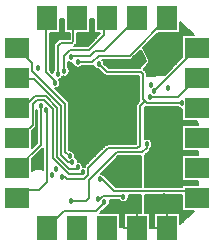
<source format=gbl>
G04 DipTrace 2.4.0.2*
%INSTM32small.gbl*%
%MOIN*%
%ADD13C,0.008*%
%ADD17C,0.006*%
%ADD18R,0.0669X0.08*%
%ADD20R,0.08X0.0669*%
%ADD33C,0.028*%
%ADD37C,0.018*%
%FSLAX44Y44*%
G04*
G70*
G90*
G75*
G01*
%LNBottom*%
%LPD*%
X8351Y8294D2*
D13*
X9299D1*
X9937Y8932D1*
X8510Y8508D2*
X8513D1*
X9937Y9932D1*
X6686Y5564D2*
X6783D1*
X7179Y5168D1*
X9700D1*
X9937Y4932D1*
X4726Y8007D2*
Y6720D1*
X3937Y5932D1*
X4909Y7863D2*
X4929D1*
Y5469D1*
X4667Y5206D1*
X4212D1*
X3937Y4932D1*
X9435Y8093D2*
X8264D1*
X8197Y8160D1*
X8133Y8225D1*
Y9072D1*
X8062Y9142D1*
X6929D1*
X6667Y9405D1*
X5442Y5643D2*
X5533D1*
X5602Y5574D1*
X6179D1*
X6316Y5710D1*
Y5948D1*
X6961Y6593D1*
X7950D1*
X8037Y6680D1*
Y8001D1*
X8197Y8160D1*
X5954Y9467D2*
X6438D1*
X6653Y9682D1*
X7688D1*
X8937Y10932D1*
X5750Y9624D2*
Y9678D1*
X6368D1*
X6531Y9841D1*
X6847D1*
X7937Y10932D1*
X5510Y9168D2*
Y9684D1*
X5692Y9866D1*
X6340D1*
X6848Y10374D1*
Y10842D1*
X6937Y10932D1*
X5296Y9081D2*
Y10010D1*
X5395Y10109D1*
X5757D1*
X5816Y10168D1*
Y10811D1*
X5937Y10932D1*
X5193Y8772D2*
Y8827D1*
X4887Y9132D1*
Y10882D1*
X4937Y10932D1*
X5959Y5955D2*
Y5916D1*
X5671D1*
X5268Y6319D1*
Y7944D1*
X4887Y8324D1*
X4534D1*
X4204Y7994D1*
X3874D1*
X3937Y7932D1*
X6134Y5789D2*
Y5732D1*
X5660D1*
X5127Y6265D1*
Y7899D1*
X4836Y8191D1*
X4588D1*
X4451Y8054D1*
Y7380D1*
X4205Y7134D1*
X3735D1*
X3937Y6932D1*
X5691Y6340D2*
X5548Y6483D1*
Y8061D1*
X4430Y9179D1*
Y9438D1*
X3937Y9932D1*
X5783Y6127D2*
X5648D1*
X5415Y6360D1*
Y7992D1*
X4494Y8912D1*
X3956D1*
X3937Y8932D1*
X5731Y4823D2*
X6218D1*
X6339Y4943D1*
Y5543D1*
X7255Y6459D1*
X8113D1*
X8255Y6601D1*
Y6719D1*
X8267Y6731D1*
X6629Y4907D2*
X6687D1*
X6789Y5008D1*
X7456D1*
X7481Y4984D1*
X6849Y4809D2*
Y4755D1*
X6583Y4489D1*
X5494D1*
X4937Y3932D1*
D37*
X6667Y9405D3*
X5954Y9467D3*
X5750Y9624D3*
X5510Y9168D3*
X5691Y6340D3*
X5783Y6127D3*
X8845Y4992D3*
X8978Y4586D3*
X9306Y4590D3*
X5959Y5955D3*
X6134Y5789D3*
X6686Y5564D3*
X6849Y4809D3*
X9435Y8093D3*
X5442Y5643D3*
X7481Y4984D3*
X6629Y4907D3*
X5731Y4823D3*
X8267Y6731D3*
X4726Y8007D3*
X5296Y9081D3*
X5193Y8772D3*
X8351Y8294D3*
X8510Y8508D3*
X4909Y7863D3*
X9442Y4410D3*
X8849Y5408D3*
X8841Y5641D3*
Y5899D3*
Y6124D3*
X8911Y6434D3*
X8410Y6482D3*
X8646Y6471D3*
X5218Y5911D3*
X7485Y4688D3*
X7492Y4469D3*
X7452Y4176D3*
X7707Y6267D3*
Y5954D3*
X7709Y5566D3*
X4568Y6078D3*
X4527Y6878D3*
X4718Y6388D3*
X5112Y5702D3*
X4647Y9266D3*
X8443Y10097D3*
X8030Y9492D3*
X8966Y8596D3*
X8956Y9879D3*
X9066Y9471D3*
X6338Y10296D3*
X5604Y10317D3*
X8388Y8711D3*
X8368Y7121D3*
X8578Y7127D3*
X8721Y6969D3*
X8914Y6649D3*
X8718Y6734D3*
X8469Y6911D3*
X8526Y6700D3*
X8251Y9232D3*
X5370Y10856D2*
D17*
X5504D1*
X6370D2*
X6504D1*
X5370Y10797D2*
X5504D1*
X6370D2*
X6504D1*
X5370Y10739D2*
X5504D1*
X6370D2*
X6504D1*
X5370Y10680D2*
X5504D1*
X6370D2*
X6504D1*
X5370Y10622D2*
X5504D1*
X6370D2*
X6504D1*
X5370Y10563D2*
X5504D1*
X6370D2*
X6504D1*
X5370Y10505D2*
X5504D1*
X6370D2*
X6504D1*
X5370Y10446D2*
X5504D1*
X6370D2*
X6504D1*
X5026Y10387D2*
X5678D1*
X5954D2*
X6668D1*
X5026Y10329D2*
X5678D1*
X5954D2*
X6610D1*
X5026Y10270D2*
X5678D1*
X5954D2*
X6551D1*
X5026Y10212D2*
X5306D1*
X5954D2*
X6493D1*
X5026Y10153D2*
X5247D1*
X5954D2*
X6434D1*
X5026Y10095D2*
X5189D1*
X5932D2*
X6376D1*
X5026Y10036D2*
X5160D1*
X5877D2*
X6317D1*
X5026Y9978D2*
X5158D1*
X5026Y9919D2*
X5158D1*
X5026Y9861D2*
X5158D1*
X5026Y9802D2*
X5158D1*
X8000D2*
X8071D1*
X5026Y9744D2*
X5158D1*
X7942D2*
X8098D1*
X5026Y9685D2*
X5158D1*
X7883D2*
X8125D1*
X5026Y9627D2*
X5158D1*
X7824D2*
X8152D1*
X5026Y9568D2*
X5158D1*
X7760D2*
X8178D1*
X5026Y9510D2*
X5158D1*
X6822D2*
X8205D1*
X5026Y9451D2*
X5158D1*
X5648D2*
X5688D1*
X6849D2*
X8177D1*
X5026Y9393D2*
X5158D1*
X5648D2*
X5782D1*
X6873D2*
X8126D1*
X5026Y9334D2*
X5158D1*
X5648D2*
X5824D1*
X6084D2*
X6493D1*
X6931D2*
X8074D1*
X5026Y9275D2*
X5158D1*
X5663D2*
X6532D1*
X6990D2*
X8036D1*
X5026Y9217D2*
X5158D1*
X5692D2*
X6662D1*
X5054Y9158D2*
X5124D1*
X5698D2*
X6720D1*
X5685Y9100D2*
X6779D1*
X5648Y9041D2*
X6838D1*
X5455Y8983D2*
X7995D1*
X5394Y8924D2*
X7995D1*
X5354Y8866D2*
X7995D1*
X5378Y8807D2*
X7995D1*
X5379Y8749D2*
X7995D1*
X5362Y8690D2*
X7995D1*
X5315Y8632D2*
X7995D1*
X5229Y8573D2*
X7995D1*
X5288Y8515D2*
X7995D1*
X5346Y8456D2*
X7995D1*
X5405Y8398D2*
X7995D1*
X5463Y8339D2*
X7995D1*
X5522Y8280D2*
X7995D1*
X5580Y8222D2*
X7995D1*
X5638Y8163D2*
X8007D1*
X5679Y8105D2*
X7948D1*
X5686Y8046D2*
X7907D1*
X5686Y7988D2*
X7899D1*
X5686Y7929D2*
X7899D1*
X5686Y7871D2*
X7899D1*
X5686Y7812D2*
X7899D1*
X5686Y7754D2*
X7899D1*
X5686Y7695D2*
X7899D1*
X5686Y7637D2*
X7899D1*
X5686Y7578D2*
X7899D1*
X5686Y7520D2*
X7899D1*
X5686Y7461D2*
X7899D1*
X5686Y7403D2*
X7899D1*
X5686Y7344D2*
X7899D1*
X4549Y7285D2*
X4587D1*
X5686D2*
X7899D1*
X4491Y7227D2*
X4588D1*
X5686D2*
X7899D1*
X4435Y7168D2*
X4588D1*
X5686D2*
X7899D1*
X4435Y7110D2*
X4588D1*
X5686D2*
X7899D1*
X4435Y7051D2*
X4588D1*
X5686D2*
X7899D1*
X4435Y6993D2*
X4588D1*
X5686D2*
X7899D1*
X4435Y6934D2*
X4588D1*
X5686D2*
X7899D1*
X4435Y6876D2*
X4588D1*
X5686D2*
X7899D1*
X4435Y6817D2*
X4588D1*
X5686D2*
X7899D1*
X4435Y6759D2*
X4571D1*
X5686D2*
X7899D1*
X4435Y6700D2*
X4513D1*
X5686D2*
X6878D1*
X5686Y6642D2*
X6817D1*
X5686Y6583D2*
X6759D1*
X4723Y6525D2*
X4791D1*
X5699D2*
X6700D1*
X4664Y6466D2*
X4791D1*
X5828D2*
X6641D1*
X4606Y6408D2*
X4791D1*
X5866D2*
X6583D1*
X4547Y6349D2*
X4791D1*
X5879D2*
X6524D1*
X4488Y6291D2*
X4791D1*
X5872D2*
X6466D1*
X7279D2*
X8062D1*
X4435Y6232D2*
X4791D1*
X5938D2*
X6407D1*
X7220D2*
X8062D1*
X4435Y6173D2*
X4791D1*
X5965D2*
X6348D1*
X7162D2*
X8062D1*
X4435Y6115D2*
X4791D1*
X6053D2*
X6290D1*
X7104D2*
X8062D1*
X4435Y6056D2*
X4791D1*
X6117D2*
X6231D1*
X7045D2*
X8062D1*
X4435Y5998D2*
X4791D1*
X6142D2*
X6187D1*
X6987D2*
X8062D1*
X4435Y5939D2*
X4791D1*
X6928D2*
X8062D1*
X4435Y5881D2*
X4490D1*
X6869D2*
X8062D1*
X6811Y5822D2*
X8062D1*
X6752Y5764D2*
X8062D1*
X6807Y5705D2*
X8062D1*
X6893Y5647D2*
X8062D1*
X6952Y5588D2*
X8062D1*
X7010Y5530D2*
X8062D1*
X7069Y5471D2*
X8062D1*
X7128Y5413D2*
X8062D1*
X7186Y5354D2*
X8062D1*
X7668Y5003D2*
X8062D1*
X7665Y4944D2*
X8062D1*
X7641Y4886D2*
X8062D1*
X7036Y4827D2*
X7381D1*
X7581D2*
X8062D1*
X7033Y4769D2*
X8062D1*
X7008Y4710D2*
X8062D1*
X6947Y4652D2*
X8062D1*
X6880Y4593D2*
X8062D1*
X6821Y4535D2*
X8062D1*
X6763Y4476D2*
X8062D1*
X7370Y4418D2*
X7504D1*
X7370Y4359D2*
X7504D1*
X7370Y4301D2*
X7504D1*
X7370Y4242D2*
X7504D1*
X7370Y4184D2*
X7504D1*
X7370Y4125D2*
X7504D1*
X7370Y4066D2*
X7504D1*
X7370Y4008D2*
X7504D1*
X6716Y10439D2*
X6510D1*
Y10893D1*
X6364Y10895D1*
Y10439D1*
X5948D1*
X5949Y10168D1*
X5945Y10139D1*
X5935Y10111D1*
X5919Y10085D1*
X5850Y10015D1*
X5837Y10004D1*
X5842Y9998D1*
X6286D1*
X6715Y10428D1*
Y10440D1*
X5684Y10439D2*
X5510D1*
Y10904D1*
X5364Y10906D1*
Y10439D1*
X5019D1*
X5020Y10344D1*
Y9187D1*
X5114Y9092D1*
X5122Y9136D1*
X5133Y9164D1*
X5149Y9189D1*
X5164Y9207D1*
X5163Y9590D1*
Y10010D1*
X5167Y10039D1*
X5177Y10068D1*
X5193Y10093D1*
X5301Y10203D1*
X5325Y10221D1*
X5352Y10234D1*
X5382Y10241D1*
X5575D1*
X5684D1*
Y10439D1*
X7516Y4424D2*
X8068D1*
Y5037D1*
X7965Y5036D1*
X7656D1*
X7663Y4992D1*
X7661Y4954D1*
X7654Y4925D1*
X7642Y4897D1*
X7626Y4872D1*
X7605Y4850D1*
X7582Y4832D1*
X7556Y4817D1*
X7528Y4807D1*
X7498Y4802D1*
X7468D1*
X7439Y4806D1*
X7410Y4815D1*
X7384Y4829D1*
X7360Y4847D1*
X7335Y4876D1*
X7019D1*
X7028Y4847D1*
X7032Y4809D1*
X7029Y4779D1*
X7022Y4750D1*
X7010Y4723D1*
X6994Y4698D1*
X6974Y4676D1*
X6950Y4657D1*
X6922Y4641D1*
X6704Y4423D1*
X6899Y4424D1*
X7364D1*
Y3959D1*
X7509Y3958D1*
X7510Y3984D1*
Y4424D1*
X7516D1*
X4429Y7171D2*
Y6612D1*
X4594Y6776D1*
X4593Y7199D1*
Y7883D1*
X4583Y7874D1*
Y7380D1*
X4580Y7350D1*
X4570Y7322D1*
X4553Y7296D1*
X4429Y7171D1*
X4430Y5827D2*
X4470Y5864D1*
X4495Y5881D1*
X4522Y5894D1*
X4550Y5905D1*
X4579Y5913D1*
X4608Y5918D1*
X4638Y5919D1*
X4668Y5918D1*
X4697Y5913D1*
X4726Y5905D1*
X4754Y5894D1*
X4797Y5869D1*
Y6605D1*
X4430Y6237D1*
X4429Y5827D1*
X6662Y9223D2*
X6624Y9228D1*
X6596Y9237D1*
X6569Y9251D1*
X6545Y9269D1*
X6525Y9291D1*
X6508Y9315D1*
X6494Y9347D1*
X6465Y9338D1*
X6408Y9335D1*
X6078Y9334D1*
X6055Y9315D1*
X6028Y9301D1*
X6000Y9291D1*
X5971Y9286D1*
X5941D1*
X5911Y9290D1*
X5883Y9299D1*
X5857Y9313D1*
X5833Y9331D1*
X5812Y9353D1*
X5795Y9377D1*
X5783Y9405D1*
X5774Y9444D1*
X5737Y9443D1*
X5708Y9447D1*
X5679Y9456D1*
X5653Y9470D1*
X5642Y9479D1*
Y9385D1*
Y9292D1*
X5667Y9261D1*
X5680Y9234D1*
X5688Y9206D1*
X5692Y9168D1*
X5690Y9138D1*
X5683Y9109D1*
X5671Y9081D1*
X5654Y9056D1*
X5634Y9034D1*
X5611Y9016D1*
X5585Y9001D1*
X5557Y8991D1*
X5527Y8986D1*
X5497D1*
X5456Y8994D1*
X5440Y8970D1*
X5420Y8948D1*
X5397Y8930D1*
X5370Y8915D1*
X5342Y8905D1*
X5321Y8901D1*
X5349Y8865D1*
X5362Y8838D1*
X5371Y8810D1*
X5375Y8772D1*
X5372Y8742D1*
X5365Y8713D1*
X5353Y8685D1*
X5337Y8660D1*
X5317Y8638D1*
X5293Y8620D1*
X5267Y8605D1*
X5239Y8595D1*
X5207Y8590D1*
X5641Y8155D1*
X5660Y8132D1*
X5673Y8105D1*
X5679Y8075D1*
X5680Y7882D1*
Y6538D1*
X5696Y6522D1*
X5729Y6518D1*
X5758Y6509D1*
X5785Y6496D1*
X5809Y6479D1*
X5830Y6458D1*
X5847Y6433D1*
X5861Y6406D1*
X5869Y6378D1*
X5873Y6340D1*
X5871Y6310D1*
X5866Y6289D1*
X5901Y6266D1*
X5922Y6245D1*
X5939Y6221D1*
X5953Y6194D1*
X5961Y6165D1*
X5965Y6136D1*
X5997Y6134D1*
X6026Y6125D1*
X6053Y6112D1*
X6077Y6094D1*
X6098Y6073D1*
X6116Y6049D1*
X6129Y6022D1*
X6137Y5993D1*
X6140Y5970D1*
X6172Y5967D1*
X6185Y5963D1*
X6192Y5994D1*
X6206Y6021D1*
X6244Y6063D1*
X6868Y6687D1*
X6891Y6705D1*
X6918Y6718D1*
X6948Y6725D1*
X7141D1*
X7895D1*
X7905Y6735D1*
Y8001D1*
X7908Y8030D1*
X7918Y8059D1*
X7935Y8084D1*
X8014Y8165D1*
X8003Y8198D1*
X8000Y8254D1*
Y9011D1*
X7673Y9010D1*
X6929D1*
X6900Y9014D1*
X6872Y9023D1*
X6846Y9040D1*
X6709Y9176D1*
X6662Y9223D1*
X6776Y9550D2*
X6806Y9523D1*
X6823Y9499D1*
X6836Y9472D1*
X6845Y9443D1*
X6849Y9410D1*
X6984Y9275D1*
X8042D1*
X8047Y9294D1*
X8220Y9493D1*
X8051Y9860D1*
X7952Y9759D1*
X7781Y9589D1*
X7758Y9570D1*
X7731Y9557D1*
X7701Y9551D1*
X7508Y9550D1*
X6776D1*
X6725Y5742D2*
X6753Y5734D1*
X6779Y5721D1*
X6804Y5703D1*
X6815Y5692D1*
X6829Y5688D1*
X6856Y5675D1*
X6898Y5637D1*
X7234Y5300D1*
X7478Y5301D1*
X8068D1*
Y6327D1*
X7308D1*
X7221Y6239D1*
X6725Y5742D1*
X7937Y4424D2*
Y3932D1*
X7510D2*
X7937D1*
X9370Y10758D2*
X9418D1*
X9370Y10700D2*
X9476D1*
X9370Y10641D2*
X9535D1*
X9370Y10583D2*
X9593D1*
X9370Y10524D2*
X9652D1*
X9370Y10466D2*
X9710D1*
X8606Y10407D2*
X9769D1*
X8547Y10349D2*
X9439D1*
X8488Y10290D2*
X9439D1*
X8430Y10231D2*
X9439D1*
X8371Y10173D2*
X9439D1*
X8313Y10114D2*
X9439D1*
X8254Y10056D2*
X9439D1*
X8195Y9997D2*
X9439D1*
X8155Y9939D2*
X9439D1*
X8181Y9880D2*
X9439D1*
X8208Y9822D2*
X9439D1*
X8236Y9763D2*
X9439D1*
X8262Y9705D2*
X9439D1*
X8289Y9646D2*
X9439D1*
X8316Y9588D2*
X9400D1*
X8343Y9529D2*
X9342D1*
X8351Y9471D2*
X9283D1*
X8317Y9412D2*
X9225D1*
X8266Y9354D2*
X9166D1*
X8215Y9295D2*
X9107D1*
X8170Y9237D2*
X9049D1*
X8220Y9178D2*
X8990D1*
X8262Y9119D2*
X8932D1*
X8271Y9061D2*
X8873D1*
X8196Y7949D2*
X9318D1*
X8196Y7890D2*
X9439D1*
X8196Y7832D2*
X9439D1*
X8196Y7773D2*
X9439D1*
X8196Y7715D2*
X9439D1*
X8196Y7656D2*
X9439D1*
X8196Y7598D2*
X9439D1*
X8196Y7539D2*
X9439D1*
X8196Y7481D2*
X9943D1*
X8196Y7422D2*
X9944D1*
X8196Y7364D2*
X9944D1*
X8196Y7305D2*
X9439D1*
X8196Y7247D2*
X9439D1*
X8196Y7188D2*
X9439D1*
X8196Y7130D2*
X9439D1*
X8196Y7071D2*
X9439D1*
X8196Y7012D2*
X9439D1*
X8196Y6954D2*
X9439D1*
X8351Y6895D2*
X9439D1*
X8421Y6837D2*
X9439D1*
X8449Y6778D2*
X9439D1*
X8454Y6720D2*
X9439D1*
X8441Y6661D2*
X9439D1*
X8402Y6603D2*
X9439D1*
X8380Y6544D2*
X9439D1*
X8333Y6486D2*
X9952D1*
X8275Y6427D2*
X9953D1*
X8216Y6369D2*
X9953D1*
X8196Y6310D2*
X9439D1*
X8196Y6252D2*
X9439D1*
X8196Y6193D2*
X9439D1*
X8196Y6135D2*
X9439D1*
X8196Y6076D2*
X9439D1*
X8196Y6017D2*
X9439D1*
X8196Y5959D2*
X9439D1*
X8196Y5900D2*
X9439D1*
X8196Y5842D2*
X9439D1*
X8196Y5783D2*
X9439D1*
X8196Y5725D2*
X9439D1*
X8196Y5666D2*
X9439D1*
X8196Y5608D2*
X9439D1*
X8196Y5549D2*
X9439D1*
X8196Y5491D2*
X9962D1*
X8196Y5432D2*
X9962D1*
X8196Y5374D2*
X9963D1*
X8196Y5315D2*
X9439D1*
X8196Y5023D2*
X9439D1*
X8196Y4964D2*
X9439D1*
X8196Y4905D2*
X9439D1*
X8196Y4847D2*
X9439D1*
X8196Y4788D2*
X9439D1*
X8196Y4730D2*
X9439D1*
X8196Y4671D2*
X9439D1*
X8196Y4613D2*
X9439D1*
X8196Y4554D2*
X9439D1*
X8196Y4496D2*
X9829D1*
X8196Y4437D2*
X9766D1*
X8370Y4379D2*
X8504D1*
X9370D2*
X9704D1*
X8370Y4320D2*
X8504D1*
X9370D2*
X9640D1*
X8370Y4262D2*
X8504D1*
X9370D2*
X9577D1*
X8370Y4203D2*
X8504D1*
X9370D2*
X9514D1*
X8370Y4145D2*
X8504D1*
X9370D2*
X9451D1*
X8370Y4086D2*
X8504D1*
X8370Y4028D2*
X8504D1*
X8370Y3969D2*
X8504D1*
X9364Y10819D2*
Y10439D1*
X8632D1*
X8143Y9950D1*
X8172Y9889D1*
X8338Y9526D1*
X8346Y9497D1*
X8345Y9467D1*
X8336Y9443D1*
X8304Y9404D1*
X8163Y9243D1*
X8177Y9215D1*
X8226Y9166D1*
X8245Y9142D1*
X8258Y9116D1*
X8264Y9085D1*
X8265Y9013D1*
X8860Y9041D1*
X9445Y9627D1*
Y10359D1*
X9823D1*
X9364Y10818D1*
X9475Y7359D2*
X9951D1*
X9949Y7505D1*
X9445D1*
Y7911D1*
X9422D1*
X9393Y7916D1*
X9365Y7925D1*
X9338Y7939D1*
X9310Y7961D1*
X9076D1*
X8264D1*
X8234Y7964D1*
X8206Y7974D1*
X8217Y7969D1*
X8190Y7939D1*
Y6897D1*
X8216Y6906D1*
X8245Y6912D1*
X8275Y6913D1*
X8305Y6909D1*
X8334Y6900D1*
X8360Y6887D1*
X8385Y6870D1*
X8406Y6849D1*
X8423Y6824D1*
X8436Y6798D1*
X8445Y6769D1*
X8449Y6731D1*
X8447Y6701D1*
X8439Y6672D1*
X8427Y6645D1*
X8411Y6619D1*
X8387Y6595D1*
X8379Y6555D1*
X8366Y6528D1*
X8328Y6486D1*
X8193Y6354D1*
X8190Y6323D1*
Y5301D1*
X8316D1*
X9444D1*
X9445Y5359D1*
X9969D1*
X9967Y5504D1*
X9771Y5505D1*
X9445D1*
Y6359D1*
X9960D1*
X9958Y6504D1*
X9445Y6505D1*
Y7359D1*
X9475D1*
X9845Y4505D2*
X9445D1*
Y5037D1*
X9252Y5036D1*
X8190D1*
Y4424D1*
X8364D1*
Y3950D1*
X8466Y3952D1*
X8510D1*
Y4424D1*
X9364D1*
Y4058D1*
X9845Y4505D1*
X8937Y4424D2*
Y3932D1*
X8510D2*
X8937D1*
D18*
Y10932D3*
X7937D3*
X6937D3*
X5937D3*
X4937D3*
D20*
X9937Y6932D3*
Y7932D3*
Y8932D3*
Y9932D3*
Y4932D3*
Y5932D3*
D18*
X8937Y3932D3*
X7937D3*
D20*
X3937Y9932D3*
Y8932D3*
Y7932D3*
Y6932D3*
D33*
X7075Y8719D3*
Y8419D3*
Y8119D3*
Y7819D3*
Y7519D3*
Y7219D3*
X6773Y8719D3*
Y8419D3*
Y8119D3*
Y7819D3*
Y7519D3*
Y7219D3*
X7376Y8718D3*
Y8418D3*
Y8118D3*
Y7818D3*
Y7518D3*
Y7218D3*
X6471Y8719D3*
Y8419D3*
Y8119D3*
Y7819D3*
Y7519D3*
Y7219D3*
X6169Y8719D3*
Y8419D3*
Y8119D3*
Y7819D3*
Y7519D3*
Y7219D3*
X7677Y8720D3*
Y8420D3*
Y8120D3*
Y7820D3*
Y7520D3*
Y7220D3*
X7076Y6919D3*
X6774D3*
X7377Y6917D3*
X6473Y6919D3*
X6171D3*
X7679Y6920D3*
X5868Y8719D3*
Y8419D3*
Y8119D3*
Y7819D3*
Y7519D3*
Y7219D3*
X5869Y6919D3*
D20*
X3937Y5932D3*
Y4932D3*
D18*
X6937Y3932D3*
X5937D3*
X4937D3*
M02*

</source>
